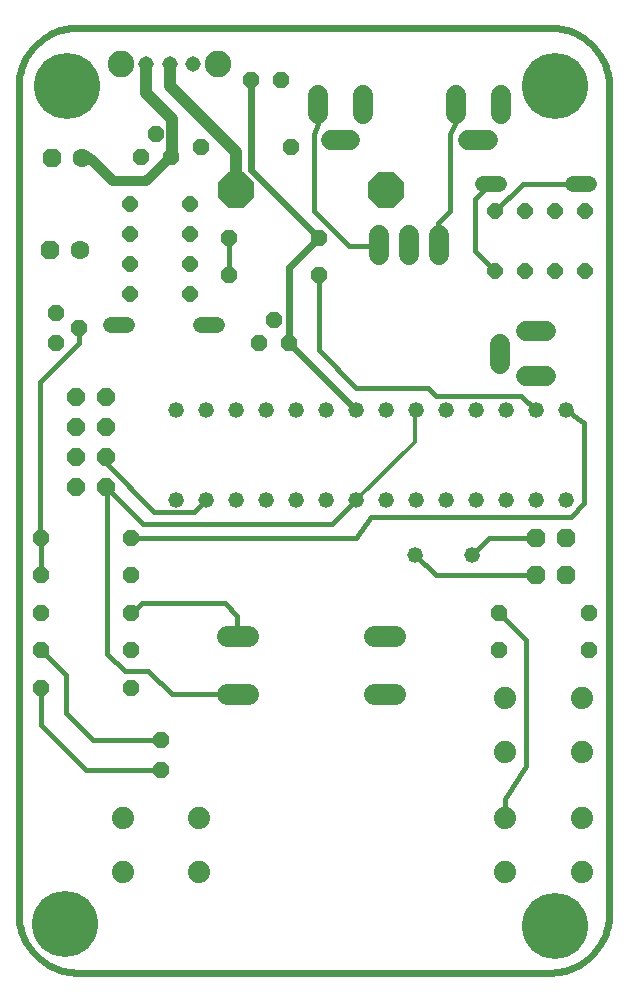
<source format=gtl>
G75*
%MOIN*%
%OFA0B0*%
%FSLAX24Y24*%
%IPPOS*%
%LPD*%
%AMOC8*
5,1,8,0,0,1.08239X$1,22.5*
%
%ADD10C,0.0240*%
%ADD11OC8,0.0520*%
%ADD12C,0.0520*%
%ADD13OC8,0.0630*%
%ADD14C,0.0630*%
%ADD15C,0.0515*%
%ADD16C,0.0886*%
%ADD17C,0.0740*%
%ADD18OC8,0.0515*%
%ADD19C,0.0650*%
%ADD20C,0.0705*%
%ADD21C,0.0520*%
%ADD22OC8,0.0600*%
%ADD23C,0.0160*%
%ADD24C,0.2200*%
%ADD25C,0.0120*%
%ADD26C,0.0400*%
%ADD27C,0.0320*%
%ADD28OC8,0.1181*%
D10*
X000220Y002189D02*
X000220Y029748D01*
X000222Y029834D01*
X000227Y029920D01*
X000237Y030005D01*
X000250Y030090D01*
X000267Y030174D01*
X000287Y030258D01*
X000311Y030340D01*
X000339Y030421D01*
X000370Y030502D01*
X000404Y030580D01*
X000442Y030657D01*
X000484Y030733D01*
X000528Y030806D01*
X000576Y030877D01*
X000627Y030947D01*
X000681Y031014D01*
X000737Y031078D01*
X000797Y031140D01*
X000859Y031200D01*
X000923Y031256D01*
X000990Y031310D01*
X001060Y031361D01*
X001131Y031409D01*
X001205Y031453D01*
X001280Y031495D01*
X001357Y031533D01*
X001435Y031567D01*
X001516Y031598D01*
X001597Y031626D01*
X001679Y031650D01*
X001763Y031670D01*
X001847Y031687D01*
X001932Y031700D01*
X002017Y031710D01*
X002103Y031715D01*
X002189Y031717D01*
X002189Y031716D02*
X017937Y031716D01*
X017937Y031717D02*
X018023Y031715D01*
X018109Y031710D01*
X018194Y031700D01*
X018279Y031687D01*
X018363Y031670D01*
X018447Y031650D01*
X018529Y031626D01*
X018610Y031598D01*
X018691Y031567D01*
X018769Y031533D01*
X018846Y031495D01*
X018922Y031453D01*
X018995Y031409D01*
X019066Y031361D01*
X019136Y031310D01*
X019203Y031256D01*
X019267Y031200D01*
X019329Y031140D01*
X019389Y031078D01*
X019445Y031014D01*
X019499Y030947D01*
X019550Y030877D01*
X019598Y030806D01*
X019642Y030733D01*
X019684Y030657D01*
X019722Y030580D01*
X019756Y030502D01*
X019787Y030421D01*
X019815Y030340D01*
X019839Y030258D01*
X019859Y030174D01*
X019876Y030090D01*
X019889Y030005D01*
X019899Y029920D01*
X019904Y029834D01*
X019906Y029748D01*
X019905Y029748D02*
X019905Y002189D01*
X019906Y002189D02*
X019904Y002103D01*
X019899Y002017D01*
X019889Y001932D01*
X019876Y001847D01*
X019859Y001763D01*
X019839Y001679D01*
X019815Y001597D01*
X019787Y001516D01*
X019756Y001435D01*
X019722Y001357D01*
X019684Y001280D01*
X019642Y001204D01*
X019598Y001131D01*
X019550Y001060D01*
X019499Y000990D01*
X019445Y000923D01*
X019389Y000859D01*
X019329Y000797D01*
X019267Y000737D01*
X019203Y000681D01*
X019136Y000627D01*
X019066Y000576D01*
X018995Y000528D01*
X018922Y000484D01*
X018846Y000442D01*
X018769Y000404D01*
X018691Y000370D01*
X018610Y000339D01*
X018529Y000311D01*
X018447Y000287D01*
X018363Y000267D01*
X018279Y000250D01*
X018194Y000237D01*
X018109Y000227D01*
X018023Y000222D01*
X017937Y000220D01*
X002189Y000220D01*
X002103Y000222D01*
X002017Y000227D01*
X001932Y000237D01*
X001847Y000250D01*
X001763Y000267D01*
X001679Y000287D01*
X001597Y000311D01*
X001516Y000339D01*
X001435Y000370D01*
X001357Y000404D01*
X001280Y000442D01*
X001204Y000484D01*
X001131Y000528D01*
X001060Y000576D01*
X000990Y000627D01*
X000923Y000681D01*
X000859Y000737D01*
X000797Y000797D01*
X000737Y000859D01*
X000681Y000923D01*
X000627Y000990D01*
X000576Y001060D01*
X000528Y001131D01*
X000484Y001205D01*
X000442Y001280D01*
X000404Y001357D01*
X000370Y001435D01*
X000339Y001516D01*
X000311Y001597D01*
X000287Y001679D01*
X000267Y001763D01*
X000250Y001847D01*
X000237Y001932D01*
X000227Y002017D01*
X000222Y002103D01*
X000220Y002189D01*
X011470Y018970D02*
X009220Y021220D01*
X009236Y021236D01*
X009236Y023724D01*
X010220Y024708D01*
X010220Y024720D01*
X007970Y026970D01*
X007970Y029970D01*
D11*
X007970Y029970D03*
X008970Y029970D03*
X009313Y027734D03*
X010220Y024720D03*
X010220Y023470D03*
X009220Y021220D03*
X008720Y021970D03*
X008220Y021220D03*
X007220Y023470D03*
X007220Y024720D03*
X006313Y027734D03*
X005288Y027422D03*
X004788Y028172D03*
X004288Y027422D03*
X001470Y022220D03*
X001470Y021220D03*
X002220Y021720D03*
X000970Y014720D03*
X000970Y013470D03*
X000970Y012220D03*
X000970Y010970D03*
X000970Y009720D03*
X003970Y009720D03*
X003970Y010970D03*
X003970Y012220D03*
X003970Y013470D03*
X003970Y014720D03*
X004970Y007970D03*
X004970Y006970D03*
X016220Y010970D03*
X016220Y012220D03*
X019220Y012220D03*
X019220Y010970D03*
D12*
X018470Y015970D03*
X017470Y015970D03*
X016470Y015970D03*
X015470Y015970D03*
X014470Y015970D03*
X013470Y015970D03*
X012470Y015970D03*
X011470Y015970D03*
X010470Y015970D03*
X009470Y015970D03*
X008470Y015970D03*
X007470Y015970D03*
X006470Y015970D03*
X005470Y015970D03*
X005470Y018970D03*
X006470Y018970D03*
X007470Y018970D03*
X008470Y018970D03*
X009470Y018970D03*
X010470Y018970D03*
X011470Y018970D03*
X012470Y018970D03*
X013470Y018970D03*
X014470Y018970D03*
X015470Y018970D03*
X016470Y018970D03*
X017470Y018970D03*
X018470Y018970D03*
X015349Y014153D03*
X013449Y014153D03*
D13*
X017470Y014720D03*
X017470Y013470D03*
X018470Y013470D03*
X018470Y014720D03*
X001320Y027370D03*
X001262Y024313D03*
D14*
X002262Y024313D03*
X002320Y027370D03*
D15*
X004469Y030514D03*
X005259Y030514D03*
X006049Y030514D03*
D16*
X006874Y030514D03*
X003644Y030514D03*
D17*
X016440Y009360D03*
X016440Y007580D03*
X016440Y005360D03*
X016440Y003580D03*
X019000Y003580D03*
X019000Y005360D03*
X019000Y007580D03*
X019000Y009360D03*
X006250Y005360D03*
X006250Y003580D03*
X003690Y003580D03*
X003690Y005360D03*
D18*
X003931Y022851D03*
X003931Y023851D03*
X003931Y024851D03*
X003931Y025851D03*
X005931Y025851D03*
X005931Y024851D03*
X005931Y023851D03*
X005931Y022851D03*
X016118Y023591D03*
X017118Y023591D03*
X018118Y023591D03*
X019118Y023591D03*
X019118Y025591D03*
X018118Y025591D03*
X017118Y025591D03*
X016118Y025591D03*
D19*
X015862Y027976D02*
X015212Y027976D01*
X014789Y028832D02*
X014789Y029482D01*
X016285Y029482D02*
X016285Y028832D01*
X014220Y024795D02*
X014220Y024145D01*
X013220Y024145D02*
X013220Y024795D01*
X012220Y024795D02*
X012220Y024145D01*
X011281Y027976D02*
X010631Y027976D01*
X010208Y028832D02*
X010208Y029482D01*
X011704Y029482D02*
X011704Y028832D01*
X016283Y021171D02*
X016283Y020521D01*
X017139Y020098D02*
X017789Y020098D01*
X017789Y021594D02*
X017139Y021594D01*
D20*
X012783Y011450D02*
X012078Y011450D01*
X012078Y009490D02*
X012783Y009490D01*
X007863Y009490D02*
X007158Y009490D01*
X007158Y011450D02*
X007863Y011450D01*
D21*
X006830Y021820D02*
X006310Y021820D01*
X003830Y021820D02*
X003310Y021820D01*
X015710Y026520D02*
X016230Y026520D01*
X018710Y026520D02*
X019230Y026520D01*
D22*
X003122Y019397D03*
X003122Y018397D03*
X003122Y017397D03*
X003122Y016397D03*
X002122Y016397D03*
X002122Y017397D03*
X002122Y018397D03*
X002122Y019397D03*
D23*
X000929Y019905D02*
X000929Y014761D01*
X000970Y014720D01*
X000970Y013470D01*
X000970Y010970D02*
X001795Y010145D01*
X001795Y008881D01*
X002706Y007970D01*
X004970Y007970D01*
X004970Y006970D02*
X002470Y006970D01*
X000970Y008470D01*
X000970Y009720D01*
X003173Y010850D02*
X003173Y016346D01*
X003122Y016397D01*
X003137Y016397D01*
X004354Y015181D01*
X010681Y015181D01*
X011470Y015970D01*
X011970Y015417D02*
X018629Y015417D01*
X019076Y015864D01*
X019076Y016561D01*
X019061Y018545D01*
X018470Y018970D01*
X017470Y018970D02*
X016970Y019431D01*
X014141Y019431D01*
X013852Y019720D01*
X011470Y019720D01*
X010220Y020970D01*
X010220Y023470D01*
X011244Y024433D02*
X012183Y024433D01*
X012220Y024470D01*
X011244Y024433D02*
X010063Y025614D01*
X010063Y028173D01*
X010208Y028515D01*
X010208Y029157D01*
X007220Y024720D02*
X007220Y023470D01*
X003122Y017397D02*
X003122Y017200D01*
X004748Y015574D01*
X006074Y015574D01*
X006470Y015970D01*
X007086Y012538D02*
X004347Y012538D01*
X003970Y012220D01*
X003173Y010850D02*
X003763Y010259D01*
X004551Y010259D01*
X005320Y009490D01*
X007510Y009490D01*
X007510Y011450D02*
X007510Y012096D01*
X007086Y012538D01*
X003970Y014720D02*
X011470Y014720D01*
X011970Y015417D01*
X013449Y014153D02*
X014132Y013470D01*
X017470Y013470D01*
X017470Y014720D02*
X015916Y014720D01*
X015349Y014153D01*
X016220Y012220D02*
X017149Y011291D01*
X017149Y007110D01*
X016440Y006007D01*
X016440Y005360D01*
X016118Y023591D02*
X015420Y024289D01*
X015420Y026020D01*
X015920Y026520D01*
X015970Y026520D01*
X016118Y025591D02*
X017047Y026520D01*
X018970Y026520D01*
X014789Y028568D02*
X014590Y028173D01*
X014590Y025614D01*
X014196Y025220D01*
X014196Y024494D01*
X014220Y024470D01*
X014789Y028568D02*
X014789Y029157D01*
X002220Y021720D02*
X002220Y021196D01*
X000929Y019905D01*
D24*
X001845Y029783D03*
X018095Y029783D03*
X018095Y001783D03*
X001783Y001845D03*
D25*
X011470Y015970D02*
X013420Y017920D01*
X013420Y018920D01*
X013470Y018970D01*
D26*
X007464Y026288D02*
X007464Y027582D01*
X005259Y029787D01*
X005259Y030514D01*
X004469Y030514D02*
X004469Y029553D01*
X005338Y028685D01*
X005338Y027471D01*
X005288Y027422D01*
D27*
X004494Y026627D01*
X004423Y026598D02*
X003370Y026598D01*
X002627Y027340D01*
X002557Y027370D02*
X002320Y027370D01*
X002557Y027370D02*
X002577Y027368D01*
X002595Y027362D01*
X002613Y027353D01*
X002628Y027341D01*
X004423Y026598D02*
X004443Y026600D01*
X004461Y026606D01*
X004479Y026615D01*
X004494Y026627D01*
D28*
X007471Y026294D03*
X012470Y026294D03*
M02*

</source>
